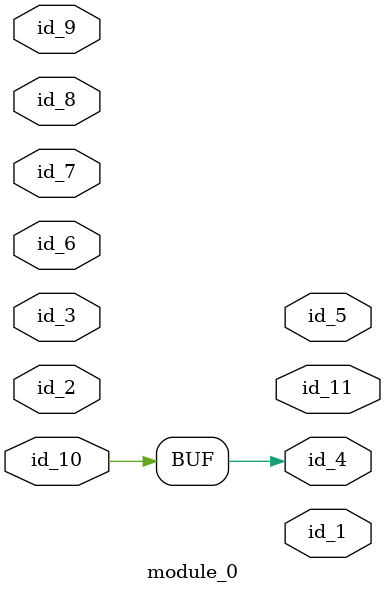
<source format=v>
`timescale 1ps / 1 ps
module module_0 (
    id_1,
    id_2,
    id_3,
    id_4,
    id_5,
    id_6,
    id_7,
    id_8,
    id_9,
    id_10,
    id_11
);
  output id_11;
  inout id_10;
  input id_9;
  input id_8;
  input id_7;
  inout id_6;
  output id_5;
  output id_4;
  inout id_3;
  inout id_2;
  output id_1;
  always @(*) id_4 <= id_10;
endmodule

</source>
